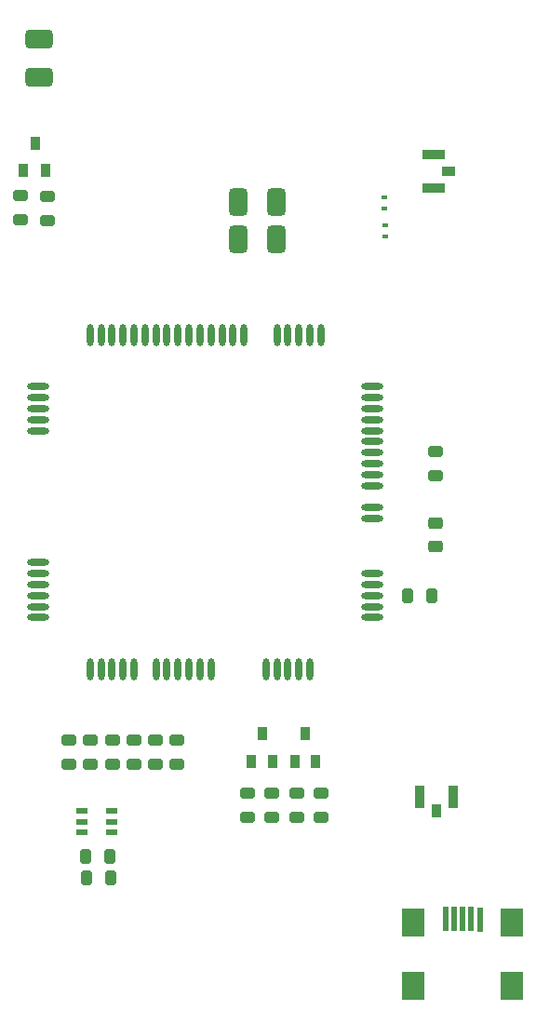
<source format=gbp>
G04*
G04 #@! TF.GenerationSoftware,Altium Limited,Altium Designer,20.1.11 (218)*
G04*
G04 Layer_Color=128*
%FSTAX24Y24*%
%MOIN*%
G70*
G04*
G04 #@! TF.SameCoordinates,265BAA9A-0927-4A7B-A448-E96A6529A9FE*
G04*
G04*
G04 #@! TF.FilePolarity,Positive*
G04*
G01*
G75*
G04:AMPARAMS|DCode=29|XSize=67mil|YSize=100mil|CornerRadius=16.8mil|HoleSize=0mil|Usage=FLASHONLY|Rotation=90.000|XOffset=0mil|YOffset=0mil|HoleType=Round|Shape=RoundedRectangle|*
%AMROUNDEDRECTD29*
21,1,0.0670,0.0665,0,0,90.0*
21,1,0.0335,0.1000,0,0,90.0*
1,1,0.0335,0.0333,0.0168*
1,1,0.0335,0.0333,-0.0168*
1,1,0.0335,-0.0333,-0.0168*
1,1,0.0335,-0.0333,0.0168*
%
%ADD29ROUNDEDRECTD29*%
G04:AMPARAMS|DCode=30|XSize=40mil|YSize=52mil|CornerRadius=10mil|HoleSize=0mil|Usage=FLASHONLY|Rotation=0.000|XOffset=0mil|YOffset=0mil|HoleType=Round|Shape=RoundedRectangle|*
%AMROUNDEDRECTD30*
21,1,0.0400,0.0320,0,0,0.0*
21,1,0.0200,0.0520,0,0,0.0*
1,1,0.0200,0.0100,-0.0160*
1,1,0.0200,-0.0100,-0.0160*
1,1,0.0200,-0.0100,0.0160*
1,1,0.0200,0.0100,0.0160*
%
%ADD30ROUNDEDRECTD30*%
G04:AMPARAMS|DCode=32|XSize=40mil|YSize=52mil|CornerRadius=10mil|HoleSize=0mil|Usage=FLASHONLY|Rotation=90.000|XOffset=0mil|YOffset=0mil|HoleType=Round|Shape=RoundedRectangle|*
%AMROUNDEDRECTD32*
21,1,0.0400,0.0320,0,0,90.0*
21,1,0.0200,0.0520,0,0,90.0*
1,1,0.0200,0.0160,0.0100*
1,1,0.0200,0.0160,-0.0100*
1,1,0.0200,-0.0160,-0.0100*
1,1,0.0200,-0.0160,0.0100*
%
%ADD32ROUNDEDRECTD32*%
%ADD89O,0.0787X0.0236*%
%ADD90R,0.0394X0.0217*%
%ADD91R,0.0790X0.0330*%
%ADD92R,0.0500X0.0330*%
G04:AMPARAMS|DCode=93|XSize=67mil|YSize=100mil|CornerRadius=16.8mil|HoleSize=0mil|Usage=FLASHONLY|Rotation=0.000|XOffset=0mil|YOffset=0mil|HoleType=Round|Shape=RoundedRectangle|*
%AMROUNDEDRECTD93*
21,1,0.0670,0.0665,0,0,0.0*
21,1,0.0335,0.1000,0,0,0.0*
1,1,0.0335,0.0168,-0.0333*
1,1,0.0335,-0.0168,-0.0333*
1,1,0.0335,-0.0168,0.0333*
1,1,0.0335,0.0168,0.0333*
%
%ADD93ROUNDEDRECTD93*%
%ADD94O,0.0236X0.0787*%
G04:AMPARAMS|DCode=95|XSize=43.3mil|YSize=51.2mil|CornerRadius=10.8mil|HoleSize=0mil|Usage=FLASHONLY|Rotation=270.000|XOffset=0mil|YOffset=0mil|HoleType=Round|Shape=RoundedRectangle|*
%AMROUNDEDRECTD95*
21,1,0.0433,0.0295,0,0,270.0*
21,1,0.0217,0.0512,0,0,270.0*
1,1,0.0217,-0.0148,-0.0108*
1,1,0.0217,-0.0148,0.0108*
1,1,0.0217,0.0148,0.0108*
1,1,0.0217,0.0148,-0.0108*
%
%ADD95ROUNDEDRECTD95*%
%ADD96R,0.0335X0.0472*%
%ADD97R,0.0236X0.0180*%
%ADD98R,0.0787X0.0984*%
%ADD99R,0.0197X0.0886*%
%ADD100R,0.0330X0.0790*%
%ADD101R,0.0330X0.0500*%
D29*
X097709Y111579D02*
D03*
Y112939D02*
D03*
D30*
X100278Y082899D02*
D03*
X099411D02*
D03*
X110907Y093027D02*
D03*
X111774D02*
D03*
X099392Y083667D02*
D03*
X100258D02*
D03*
D32*
X101118Y086983D02*
D03*
X101118Y08785D02*
D03*
X10697Y08594D02*
D03*
Y085074D02*
D03*
X098033Y107318D02*
D03*
Y106452D02*
D03*
X097059Y107357D02*
D03*
Y106491D02*
D03*
X111921Y098184D02*
D03*
Y097318D02*
D03*
X107813Y08594D02*
D03*
Y085074D02*
D03*
X106065Y08594D02*
D03*
Y085074D02*
D03*
X101894Y086983D02*
D03*
Y08785D02*
D03*
X099567Y086983D02*
D03*
X099567Y08785D02*
D03*
X102669Y086983D02*
D03*
Y08785D02*
D03*
X100343Y086983D02*
D03*
Y08785D02*
D03*
X098791Y086983D02*
D03*
Y08785D02*
D03*
X105189Y08593D02*
D03*
Y085064D02*
D03*
D89*
X109667Y096167D02*
D03*
Y097348D02*
D03*
Y09223D02*
D03*
Y100497D02*
D03*
X097699Y093804D02*
D03*
Y093017D02*
D03*
X109667Y100104D02*
D03*
Y09971D02*
D03*
Y098922D02*
D03*
Y099316D02*
D03*
Y097741D02*
D03*
Y098529D02*
D03*
Y095773D02*
D03*
Y093017D02*
D03*
Y092623D02*
D03*
Y093411D02*
D03*
Y093804D02*
D03*
X097699Y092623D02*
D03*
Y093411D02*
D03*
Y09971D02*
D03*
Y100104D02*
D03*
Y099316D02*
D03*
Y098922D02*
D03*
Y094198D02*
D03*
X109667Y098135D02*
D03*
Y096954D02*
D03*
X097699Y09223D02*
D03*
Y100497D02*
D03*
D90*
X099255Y084926D02*
D03*
Y0853D02*
D03*
Y084552D02*
D03*
X100335D02*
D03*
Y084926D02*
D03*
Y0853D02*
D03*
D91*
X111858Y10881D02*
D03*
Y10761D02*
D03*
D92*
X112388Y10821D02*
D03*
D93*
X104873Y105783D02*
D03*
X106233D02*
D03*
X104873Y107102D02*
D03*
X106233D02*
D03*
D94*
X101911Y090379D02*
D03*
X099943Y102348D02*
D03*
X100337D02*
D03*
X101124D02*
D03*
X10073D02*
D03*
X102305D02*
D03*
X102699D02*
D03*
X101911D02*
D03*
X101518D02*
D03*
X104667D02*
D03*
X105061D02*
D03*
X10388D02*
D03*
X104274D02*
D03*
X103486D02*
D03*
X103093D02*
D03*
X10703D02*
D03*
X107423D02*
D03*
X106636D02*
D03*
X106242D02*
D03*
X101124Y090379D02*
D03*
X10073D02*
D03*
X099943D02*
D03*
X100337D02*
D03*
X10388D02*
D03*
X103093D02*
D03*
X103486D02*
D03*
X102305D02*
D03*
X102699D02*
D03*
X105848D02*
D03*
X106636D02*
D03*
X106242D02*
D03*
X10703D02*
D03*
X107423D02*
D03*
X099549D02*
D03*
Y102348D02*
D03*
X107817D02*
D03*
D95*
X111931Y095615D02*
D03*
Y094789D02*
D03*
D96*
X097968Y10823D02*
D03*
X097168D02*
D03*
X097575Y109222D02*
D03*
X106878Y087092D02*
D03*
X107636Y087094D02*
D03*
X107264Y088076D02*
D03*
X105707Y088063D02*
D03*
X106079Y087081D02*
D03*
X105321Y087079D02*
D03*
D97*
X1101Y107269D02*
D03*
Y106875D02*
D03*
X11011Y105891D02*
D03*
Y106285D02*
D03*
D98*
X114668Y081304D02*
D03*
X114669Y079044D02*
D03*
X111126D02*
D03*
X111124Y081304D02*
D03*
D99*
X113516Y081424D02*
D03*
X113206Y081429D02*
D03*
X112896Y081434D02*
D03*
X112586Y081439D02*
D03*
X112276Y081444D02*
D03*
D100*
X112551Y085827D02*
D03*
X111351D02*
D03*
D101*
X111951Y085297D02*
D03*
M02*

</source>
